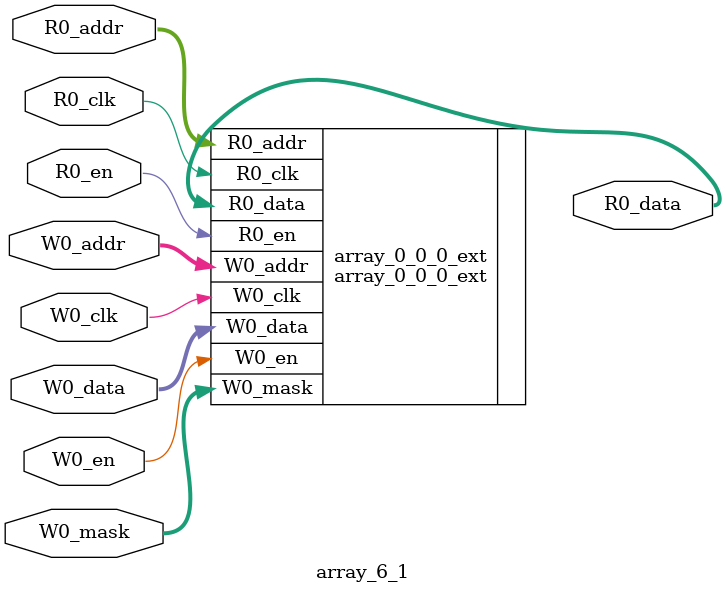
<source format=sv>
`ifndef RANDOMIZE
  `ifdef RANDOMIZE_REG_INIT
    `define RANDOMIZE
  `endif // RANDOMIZE_REG_INIT
`endif // not def RANDOMIZE
`ifndef RANDOMIZE
  `ifdef RANDOMIZE_MEM_INIT
    `define RANDOMIZE
  `endif // RANDOMIZE_MEM_INIT
`endif // not def RANDOMIZE

`ifndef RANDOM
  `define RANDOM $random
`endif // not def RANDOM

// Users can define 'PRINTF_COND' to add an extra gate to prints.
`ifndef PRINTF_COND_
  `ifdef PRINTF_COND
    `define PRINTF_COND_ (`PRINTF_COND)
  `else  // PRINTF_COND
    `define PRINTF_COND_ 1
  `endif // PRINTF_COND
`endif // not def PRINTF_COND_

// Users can define 'ASSERT_VERBOSE_COND' to add an extra gate to assert error printing.
`ifndef ASSERT_VERBOSE_COND_
  `ifdef ASSERT_VERBOSE_COND
    `define ASSERT_VERBOSE_COND_ (`ASSERT_VERBOSE_COND)
  `else  // ASSERT_VERBOSE_COND
    `define ASSERT_VERBOSE_COND_ 1
  `endif // ASSERT_VERBOSE_COND
`endif // not def ASSERT_VERBOSE_COND_

// Users can define 'STOP_COND' to add an extra gate to stop conditions.
`ifndef STOP_COND_
  `ifdef STOP_COND
    `define STOP_COND_ (`STOP_COND)
  `else  // STOP_COND
    `define STOP_COND_ 1
  `endif // STOP_COND
`endif // not def STOP_COND_

// Users can define INIT_RANDOM as general code that gets injected into the
// initializer block for modules with registers.
`ifndef INIT_RANDOM
  `define INIT_RANDOM
`endif // not def INIT_RANDOM

// If using random initialization, you can also define RANDOMIZE_DELAY to
// customize the delay used, otherwise 0.002 is used.
`ifndef RANDOMIZE_DELAY
  `define RANDOMIZE_DELAY 0.002
`endif // not def RANDOMIZE_DELAY

// Define INIT_RANDOM_PROLOG_ for use in our modules below.
`ifndef INIT_RANDOM_PROLOG_
  `ifdef RANDOMIZE
    `ifdef VERILATOR
      `define INIT_RANDOM_PROLOG_ `INIT_RANDOM
    `else  // VERILATOR
      `define INIT_RANDOM_PROLOG_ `INIT_RANDOM #`RANDOMIZE_DELAY begin end
    `endif // VERILATOR
  `else  // RANDOMIZE
    `define INIT_RANDOM_PROLOG_
  `endif // RANDOMIZE
`endif // not def INIT_RANDOM_PROLOG_

module array_6_1(	// @[DescribedSRAM.scala:17:26]
  input  [6:0]   R0_addr,
  input          R0_en,
                 R0_clk,
  input  [6:0]   W0_addr,
  input          W0_en,
                 W0_clk,
  input  [127:0] W0_data,
  input  [1:0]   W0_mask,
  output [127:0] R0_data
);

  array_0_0_0_ext array_0_0_0_ext (	// @[DescribedSRAM.scala:17:26]
    .R0_addr (R0_addr),
    .R0_en   (R0_en),
    .R0_clk  (R0_clk),
    .W0_addr (W0_addr),
    .W0_en   (W0_en),
    .W0_clk  (W0_clk),
    .W0_data (W0_data),
    .W0_mask (W0_mask),
    .R0_data (R0_data)
  );
endmodule


</source>
